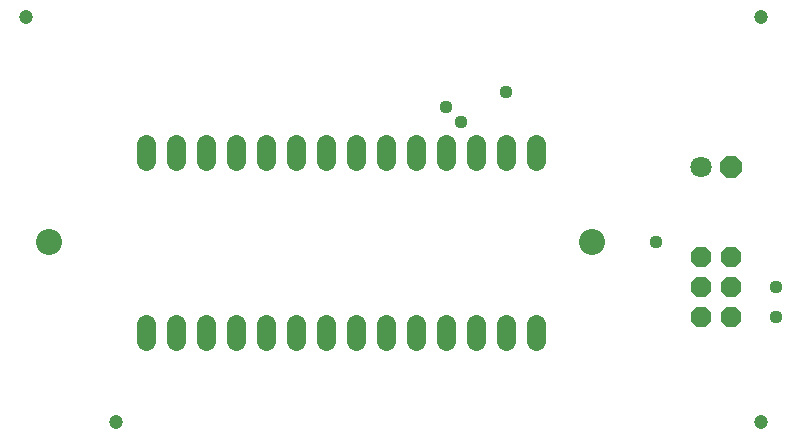
<source format=gbr>
G04 EAGLE Gerber RS-274X export*
G75*
%MOMM*%
%FSLAX34Y34*%
%LPD*%
%INSoldermask Bottom*%
%IPPOS*%
%AMOC8*
5,1,8,0,0,1.08239X$1,22.5*%
G01*
%ADD10C,1.203200*%
%ADD11P,1.951982X8X22.500000*%
%ADD12C,1.803400*%
%ADD13P,1.869504X8X112.500000*%
%ADD14C,1.611200*%
%ADD15C,2.203200*%
%ADD16C,1.117600*%


D10*
X50800Y381000D03*
X127000Y38100D03*
X673100Y38100D03*
X673100Y381000D03*
D11*
X647700Y254000D03*
D12*
X622300Y254000D03*
D13*
X647700Y127000D03*
X622300Y127000D03*
X647700Y152400D03*
X622300Y152400D03*
X647700Y177800D03*
X622300Y177800D03*
D14*
X152400Y121340D02*
X152400Y107260D01*
X177800Y107260D02*
X177800Y121340D01*
X203200Y121340D02*
X203200Y107260D01*
X228600Y107260D02*
X228600Y121340D01*
X254000Y121340D02*
X254000Y107260D01*
X279400Y107260D02*
X279400Y121340D01*
X304800Y121340D02*
X304800Y107260D01*
X330200Y107260D02*
X330200Y121340D01*
X355600Y121340D02*
X355600Y107260D01*
X381000Y107260D02*
X381000Y121340D01*
X406400Y121340D02*
X406400Y107260D01*
X431800Y107260D02*
X431800Y121340D01*
X457200Y121340D02*
X457200Y107260D01*
X482600Y107260D02*
X482600Y121340D01*
X482600Y259660D02*
X482600Y273740D01*
X457200Y273740D02*
X457200Y259660D01*
X431800Y259660D02*
X431800Y273740D01*
X406400Y273740D02*
X406400Y259660D01*
X381000Y259660D02*
X381000Y273740D01*
X355600Y273740D02*
X355600Y259660D01*
X330200Y259660D02*
X330200Y273740D01*
X304800Y273740D02*
X304800Y259660D01*
X279400Y259660D02*
X279400Y273740D01*
X254000Y273740D02*
X254000Y259660D01*
X228600Y259660D02*
X228600Y273740D01*
X203200Y273740D02*
X203200Y259660D01*
X177800Y259660D02*
X177800Y273740D01*
X152400Y273740D02*
X152400Y259660D01*
D15*
X529900Y190500D03*
X70100Y190500D03*
D16*
X685800Y152400D03*
X406400Y304800D03*
X685800Y127000D03*
X419100Y292100D03*
X584200Y190500D03*
X457200Y317500D03*
M02*

</source>
